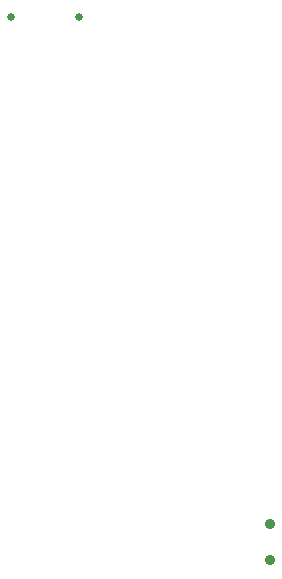
<source format=gbr>
%TF.GenerationSoftware,KiCad,Pcbnew,(6.0.6)*%
%TF.CreationDate,2022-07-09T15:48:51+01:00*%
%TF.ProjectId,borsdorf,626f7273-646f-4726-962e-6b696361645f,rev?*%
%TF.SameCoordinates,Original*%
%TF.FileFunction,NonPlated,1,2,NPTH,Drill*%
%TF.FilePolarity,Positive*%
%FSLAX46Y46*%
G04 Gerber Fmt 4.6, Leading zero omitted, Abs format (unit mm)*
G04 Created by KiCad (PCBNEW (6.0.6)) date 2022-07-09 15:48:51*
%MOMM*%
%LPD*%
G01*
G04 APERTURE LIST*
%TA.AperFunction,ComponentDrill*%
%ADD10C,0.650000*%
%TD*%
%TA.AperFunction,ComponentDrill*%
%ADD11C,0.900000*%
%TD*%
G04 APERTURE END LIST*
D10*
%TO.C,J1*%
X323360000Y-43075000D03*
X329140000Y-43075000D03*
D11*
%TO.C,SW2*%
X345330000Y-86000000D03*
X345330000Y-89000000D03*
M02*

</source>
